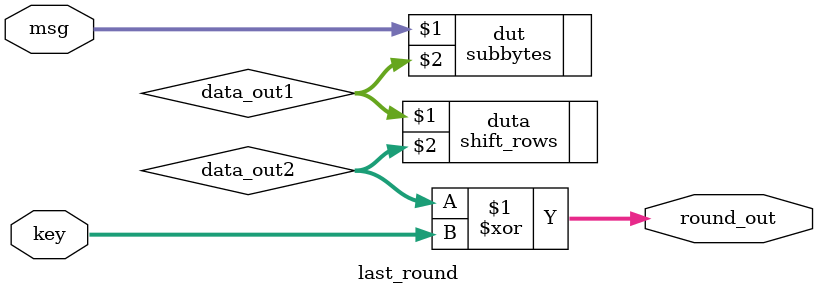
<source format=v>
module last_round(msg,key,round_out);

input [127:0]msg,key;
output  [127:0]round_out;



wire [127:0]data_out1,data_out2,data_out3;


subbytes dut(msg,data_out1);
shift_rows duta(data_out1,data_out2);
//mixcolumn dutb(clk,data_out2,data_out3);

assign round_out=data_out2^key;
endmodule


</source>
